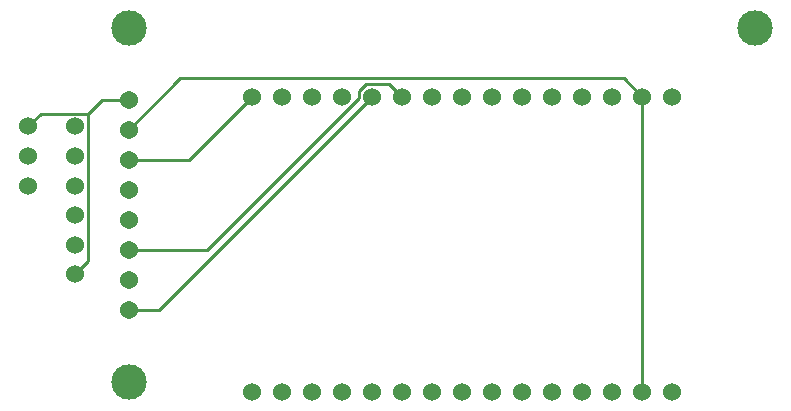
<source format=gbl>
G04 #@! TF.GenerationSoftware,KiCad,Pcbnew,7.0.8*
G04 #@! TF.CreationDate,2023-11-10T17:37:59-07:00*
G04 #@! TF.ProjectId,longmon-hatt,6c6f6e67-6d6f-46e2-9d68-6174742e6b69,rev?*
G04 #@! TF.SameCoordinates,Original*
G04 #@! TF.FileFunction,Copper,L2,Bot*
G04 #@! TF.FilePolarity,Positive*
%FSLAX46Y46*%
G04 Gerber Fmt 4.6, Leading zero omitted, Abs format (unit mm)*
G04 Created by KiCad (PCBNEW 7.0.8) date 2023-11-10 17:37:59*
%MOMM*%
%LPD*%
G01*
G04 APERTURE LIST*
G04 #@! TA.AperFunction,ComponentPad*
%ADD10C,1.524000*%
G04 #@! TD*
G04 #@! TA.AperFunction,WasherPad*
%ADD11C,3.000000*%
G04 #@! TD*
G04 #@! TA.AperFunction,ComponentPad*
%ADD12C,1.540000*%
G04 #@! TD*
G04 #@! TA.AperFunction,Conductor*
%ADD13C,0.250000*%
G04 #@! TD*
G04 APERTURE END LIST*
D10*
X185560000Y-87500000D03*
X152540000Y-112500000D03*
X155080000Y-112500000D03*
X150000000Y-112500000D03*
X157620000Y-112500000D03*
X160160000Y-112500000D03*
X162700000Y-112500000D03*
X165240000Y-112500000D03*
X167780000Y-112500000D03*
X170320000Y-112500000D03*
X172860000Y-112500000D03*
X175400000Y-112500000D03*
X177940000Y-112500000D03*
X180480000Y-112500000D03*
X180480000Y-87500000D03*
X177940000Y-87500000D03*
X175400000Y-87500000D03*
X172860000Y-87500000D03*
X170320000Y-87500000D03*
X167780000Y-87500000D03*
X165240000Y-87500000D03*
X150000000Y-87500000D03*
X162700000Y-87500000D03*
X152540000Y-87500000D03*
X157620000Y-87500000D03*
X155080000Y-87500000D03*
X160160000Y-87500000D03*
X183020000Y-112500000D03*
X183020000Y-87500000D03*
X185560000Y-112500000D03*
X135000000Y-90000000D03*
X135000000Y-92500000D03*
X135000000Y-95000000D03*
X135000000Y-97500000D03*
X135000000Y-100000000D03*
X135000000Y-102500000D03*
X131000000Y-92500000D03*
X131000000Y-95000000D03*
X131000000Y-90000000D03*
D11*
X139550000Y-81640000D03*
X139550000Y-111640000D03*
X192550000Y-81640000D03*
D12*
X139550000Y-87750000D03*
X139550000Y-90290000D03*
X139550000Y-92830000D03*
X139550000Y-95370000D03*
X139550000Y-97910000D03*
X139550000Y-100450000D03*
X139550000Y-102990000D03*
X139550000Y-105530000D03*
D13*
X137247500Y-87750000D02*
X139550000Y-87750000D01*
X136091700Y-88905800D02*
X137247500Y-87750000D01*
X135000000Y-102500000D02*
X136091700Y-101408300D01*
X132094200Y-88905800D02*
X131000000Y-90000000D01*
X136091700Y-88905800D02*
X132094200Y-88905800D01*
X136091700Y-101408300D02*
X136091700Y-88905800D01*
X139550000Y-92830000D02*
X144670000Y-92830000D01*
X144670000Y-92830000D02*
X150000000Y-87500000D01*
X159663800Y-86406800D02*
X161606800Y-86406800D01*
X159068600Y-87591400D02*
X159068600Y-87002000D01*
X139550000Y-100450000D02*
X146210000Y-100450000D01*
X161606800Y-86406800D02*
X162700000Y-87500000D01*
X159068600Y-87002000D02*
X159663800Y-86406800D01*
X146210000Y-100450000D02*
X159068600Y-87591400D01*
X139550000Y-105530000D02*
X142130000Y-105530000D01*
X142130000Y-105530000D02*
X160160000Y-87500000D01*
X181449900Y-85929900D02*
X183020000Y-87500000D01*
X143910100Y-85929900D02*
X181449900Y-85929900D01*
X139550000Y-90290000D02*
X143910100Y-85929900D01*
X183020000Y-87500000D02*
X183020000Y-112500000D01*
M02*

</source>
